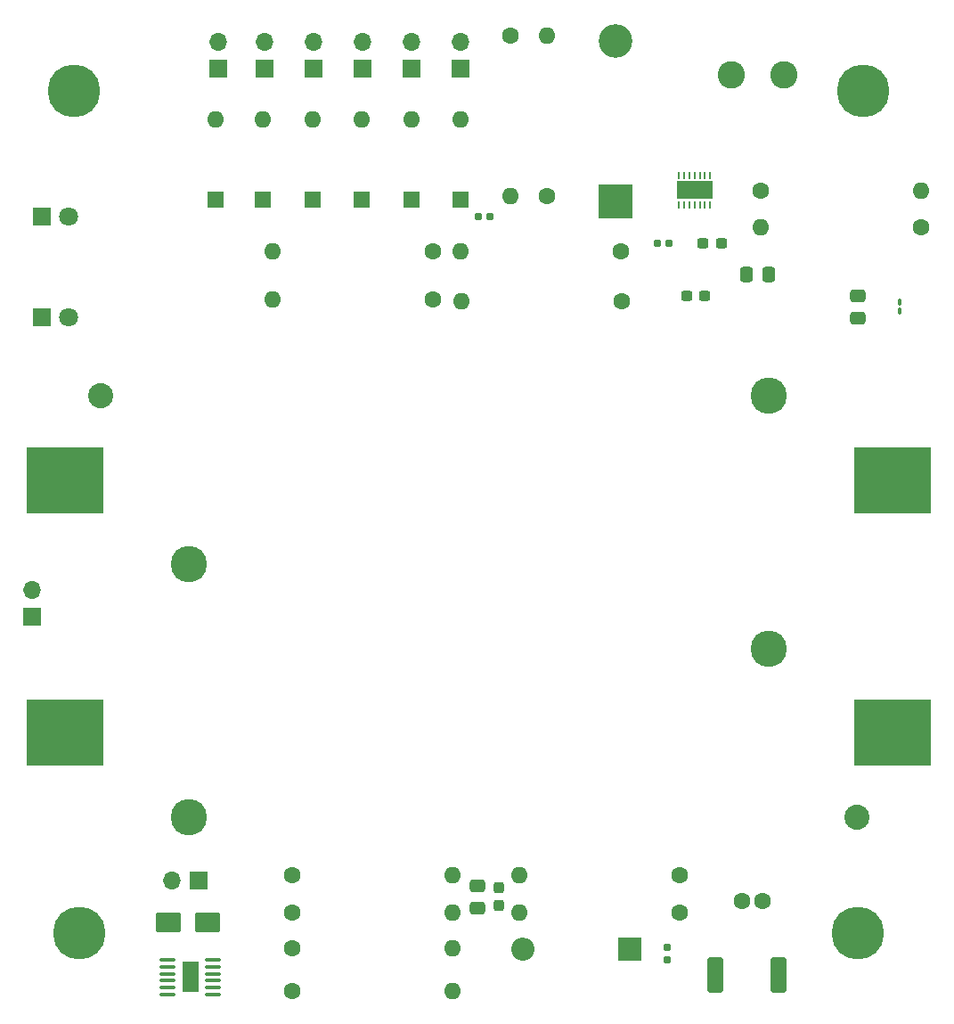
<source format=gbr>
%TF.GenerationSoftware,KiCad,Pcbnew,8.0.4-8.0.4-0~ubuntu22.04.1*%
%TF.CreationDate,2024-08-19T14:06:39+05:30*%
%TF.ProjectId,eps,6570732e-6b69-4636-9164-5f7063625858,rev?*%
%TF.SameCoordinates,Original*%
%TF.FileFunction,Soldermask,Top*%
%TF.FilePolarity,Negative*%
%FSLAX46Y46*%
G04 Gerber Fmt 4.6, Leading zero omitted, Abs format (unit mm)*
G04 Created by KiCad (PCBNEW 8.0.4-8.0.4-0~ubuntu22.04.1) date 2024-08-19 14:06:39*
%MOMM*%
%LPD*%
G01*
G04 APERTURE LIST*
G04 Aperture macros list*
%AMRoundRect*
0 Rectangle with rounded corners*
0 $1 Rounding radius*
0 $2 $3 $4 $5 $6 $7 $8 $9 X,Y pos of 4 corners*
0 Add a 4 corners polygon primitive as box body*
4,1,4,$2,$3,$4,$5,$6,$7,$8,$9,$2,$3,0*
0 Add four circle primitives for the rounded corners*
1,1,$1+$1,$2,$3*
1,1,$1+$1,$4,$5*
1,1,$1+$1,$6,$7*
1,1,$1+$1,$8,$9*
0 Add four rect primitives between the rounded corners*
20,1,$1+$1,$2,$3,$4,$5,0*
20,1,$1+$1,$4,$5,$6,$7,0*
20,1,$1+$1,$6,$7,$8,$9,0*
20,1,$1+$1,$8,$9,$2,$3,0*%
G04 Aperture macros list end*
%ADD10C,5.000000*%
%ADD11R,1.800000X1.800000*%
%ADD12C,1.800000*%
%ADD13C,1.600000*%
%ADD14O,1.600000X1.600000*%
%ADD15R,1.700000X1.700000*%
%ADD16O,1.700000X1.700000*%
%ADD17R,3.200000X3.200000*%
%ADD18O,3.200000X3.200000*%
%ADD19C,2.390000*%
%ADD20C,3.450000*%
%ADD21R,7.340000X6.350000*%
%ADD22RoundRect,0.155000X-0.212500X-0.155000X0.212500X-0.155000X0.212500X0.155000X-0.212500X0.155000X0*%
%ADD23R,1.600000X1.600000*%
%ADD24R,0.249200X0.703200*%
%ADD25R,3.400001X1.800000*%
%ADD26RoundRect,0.250000X0.337500X0.475000X-0.337500X0.475000X-0.337500X-0.475000X0.337500X-0.475000X0*%
%ADD27RoundRect,0.237500X0.300000X0.237500X-0.300000X0.237500X-0.300000X-0.237500X0.300000X-0.237500X0*%
%ADD28RoundRect,0.100000X0.100000X-0.217500X0.100000X0.217500X-0.100000X0.217500X-0.100000X-0.217500X0*%
%ADD29RoundRect,0.102000X1.090200X0.815000X-1.090200X0.815000X-1.090200X-0.815000X1.090200X-0.815000X0*%
%ADD30RoundRect,0.155000X0.155000X-0.212500X0.155000X0.212500X-0.155000X0.212500X-0.155000X-0.212500X0*%
%ADD31RoundRect,0.237500X-0.300000X-0.237500X0.300000X-0.237500X0.300000X0.237500X-0.300000X0.237500X0*%
%ADD32R,2.200000X2.200000*%
%ADD33O,2.200000X2.200000*%
%ADD34RoundRect,0.100000X-0.625000X-0.100000X0.625000X-0.100000X0.625000X0.100000X-0.625000X0.100000X0*%
%ADD35R,1.650000X2.850000*%
%ADD36RoundRect,0.250000X0.475000X-0.337500X0.475000X0.337500X-0.475000X0.337500X-0.475000X-0.337500X0*%
%ADD37RoundRect,0.237500X0.237500X-0.300000X0.237500X0.300000X-0.237500X0.300000X-0.237500X-0.300000X0*%
%ADD38C,2.600000*%
%ADD39RoundRect,0.249999X-0.512501X-1.425001X0.512501X-1.425001X0.512501X1.425001X-0.512501X1.425001X0*%
G04 APERTURE END LIST*
D10*
%TO.C,REF\u002A\u002A*%
X132000000Y-152000000D03*
%TD*%
%TO.C,REF\u002A\u002A*%
X58000000Y-152000000D03*
%TD*%
D11*
%TO.C,D10*%
X54460000Y-93500000D03*
D12*
X57000000Y-93500000D03*
%TD*%
D13*
%TO.C,R2*%
X78260000Y-153500000D03*
D14*
X93500000Y-153500000D03*
%TD*%
D13*
%TO.C,R12*%
X78260000Y-146550000D03*
D14*
X93500000Y-146550000D03*
%TD*%
D15*
%TO.C,SC6*%
X71200000Y-69920000D03*
D16*
X71200000Y-67380000D03*
%TD*%
D17*
%TO.C,D7*%
X109000000Y-82500000D03*
D18*
X109000000Y-67260000D03*
%TD*%
D13*
%TO.C,R10*%
X91620000Y-87300000D03*
D14*
X76380000Y-87300000D03*
%TD*%
D19*
%TO.C,BT1*%
X131930000Y-141000000D03*
D20*
X123600000Y-125000000D03*
X68400000Y-141000000D03*
D21*
X135330000Y-133000000D03*
X56670000Y-133000000D03*
%TD*%
D22*
%TO.C,C1*%
X95932500Y-84000000D03*
X97067500Y-84000000D03*
%TD*%
D23*
%TO.C,D6*%
X71000000Y-82320000D03*
D14*
X71000000Y-74700000D03*
%TD*%
D13*
%TO.C,R11*%
X115120000Y-150050000D03*
D14*
X99880000Y-150050000D03*
%TD*%
D13*
%TO.C,R4*%
X138000000Y-85000000D03*
D14*
X122760000Y-85000000D03*
%TD*%
D24*
%TO.C,U3*%
X118000000Y-80050800D03*
X117500001Y-80050800D03*
X116999999Y-80050800D03*
X116500000Y-80050800D03*
X115999998Y-80050800D03*
X115499999Y-80050800D03*
X115000000Y-80050800D03*
X115000000Y-82854000D03*
X115499999Y-82854000D03*
X116000001Y-82854000D03*
X116500000Y-82854000D03*
X117000002Y-82854000D03*
X117500001Y-82854000D03*
X118000000Y-82854000D03*
D25*
X116500000Y-81452400D03*
%TD*%
D22*
%TO.C,C4*%
X112932500Y-86500000D03*
X114067500Y-86500000D03*
%TD*%
D13*
%TO.C,R7*%
X109620000Y-92000000D03*
D14*
X94380000Y-92000000D03*
%TD*%
D15*
%TO.C,SC5*%
X75650000Y-69920000D03*
D16*
X75650000Y-67380000D03*
%TD*%
D23*
%TO.C,D1*%
X94300000Y-82320000D03*
D14*
X94300000Y-74700000D03*
%TD*%
D10*
%TO.C,REF\u002A\u002A*%
X132500000Y-72000000D03*
%TD*%
D26*
%TO.C,C3*%
X123537500Y-89500000D03*
X121462500Y-89500000D03*
%TD*%
D13*
%TO.C,R9*%
X109500000Y-87300000D03*
D14*
X94260000Y-87300000D03*
%TD*%
D15*
%TO.C,J3*%
X69380000Y-147050000D03*
D16*
X66840000Y-147050000D03*
%TD*%
D27*
%TO.C,C5*%
X117500000Y-91500000D03*
X115775000Y-91500000D03*
%TD*%
D15*
%TO.C,SC1*%
X94250000Y-69920000D03*
D16*
X94250000Y-67380000D03*
%TD*%
D23*
%TO.C,D5*%
X75500000Y-82320000D03*
D14*
X75500000Y-74700000D03*
%TD*%
D28*
%TO.C,C6*%
X136000000Y-92907500D03*
X136000000Y-92092500D03*
%TD*%
D23*
%TO.C,D3*%
X84900000Y-82320000D03*
D14*
X84900000Y-74700000D03*
%TD*%
D13*
%TO.C,R3*%
X78260000Y-157550000D03*
D14*
X93500000Y-157550000D03*
%TD*%
D29*
%TO.C,U2*%
X70214400Y-151000000D03*
X66500000Y-151000000D03*
%TD*%
D30*
%TO.C,C8*%
X113880000Y-154550000D03*
X113880000Y-153415000D03*
%TD*%
D31*
%TO.C,C2*%
X117312500Y-86500000D03*
X119037500Y-86500000D03*
%TD*%
D13*
%TO.C,R5*%
X102500000Y-82000000D03*
D14*
X102500000Y-66760000D03*
%TD*%
D15*
%TO.C,J2*%
X53500000Y-122000000D03*
D16*
X53500000Y-119460000D03*
%TD*%
D19*
%TO.C,BT2*%
X60070000Y-101000000D03*
D20*
X68400000Y-117000000D03*
X123600000Y-101000000D03*
D21*
X56670000Y-109000000D03*
X135330000Y-109000000D03*
%TD*%
D32*
%TO.C,D8*%
X110380000Y-153550000D03*
D33*
X100220000Y-153550000D03*
%TD*%
D34*
%TO.C,U1*%
X66440000Y-154585000D03*
X66440000Y-155235000D03*
X66440000Y-155885000D03*
X66440000Y-156535000D03*
X66440000Y-157185000D03*
X66440000Y-157835000D03*
X70740000Y-157835000D03*
X70740000Y-157185000D03*
X70740000Y-156535000D03*
X70740000Y-155885000D03*
X70740000Y-155235000D03*
X70740000Y-154585000D03*
D35*
X68590000Y-156210000D03*
%TD*%
D13*
%TO.C,C9*%
X121000000Y-149000000D03*
X123000000Y-149000000D03*
%TD*%
D36*
%TO.C,C7*%
X132000000Y-93575000D03*
X132000000Y-91500000D03*
%TD*%
D11*
%TO.C,D9*%
X54460000Y-84000000D03*
D12*
X57000000Y-84000000D03*
%TD*%
D36*
%TO.C,C10*%
X95880000Y-149625000D03*
X95880000Y-147550000D03*
%TD*%
D37*
%TO.C,C11*%
X97880000Y-149412500D03*
X97880000Y-147687500D03*
%TD*%
D38*
%TO.C,L1*%
X120000000Y-70500000D03*
X125000000Y-70500000D03*
%TD*%
D13*
%TO.C,R6*%
X99000000Y-66760000D03*
D14*
X99000000Y-82000000D03*
%TD*%
D13*
%TO.C,R1*%
X122760000Y-81500000D03*
D14*
X138000000Y-81500000D03*
%TD*%
D23*
%TO.C,D2*%
X89600000Y-82320000D03*
D14*
X89600000Y-74700000D03*
%TD*%
D13*
%TO.C,R14*%
X115120000Y-146550000D03*
D14*
X99880000Y-146550000D03*
%TD*%
D13*
%TO.C,R13*%
X78260000Y-150050000D03*
D14*
X93500000Y-150050000D03*
%TD*%
D10*
%TO.C,REF\u002A\u002A*%
X57500000Y-72000000D03*
%TD*%
D15*
%TO.C,SC4*%
X80300000Y-69920000D03*
D16*
X80300000Y-67380000D03*
%TD*%
D15*
%TO.C,SC2*%
X89600000Y-69920000D03*
D16*
X89600000Y-67380000D03*
%TD*%
D39*
%TO.C,L2*%
X118512500Y-156000000D03*
X124487500Y-156000000D03*
%TD*%
D13*
%TO.C,R8*%
X91620000Y-91800000D03*
D14*
X76380000Y-91800000D03*
%TD*%
D15*
%TO.C,SC3*%
X84950000Y-69920000D03*
D16*
X84950000Y-67380000D03*
%TD*%
D23*
%TO.C,D4*%
X80200000Y-82320000D03*
D14*
X80200000Y-74700000D03*
%TD*%
M02*

</source>
